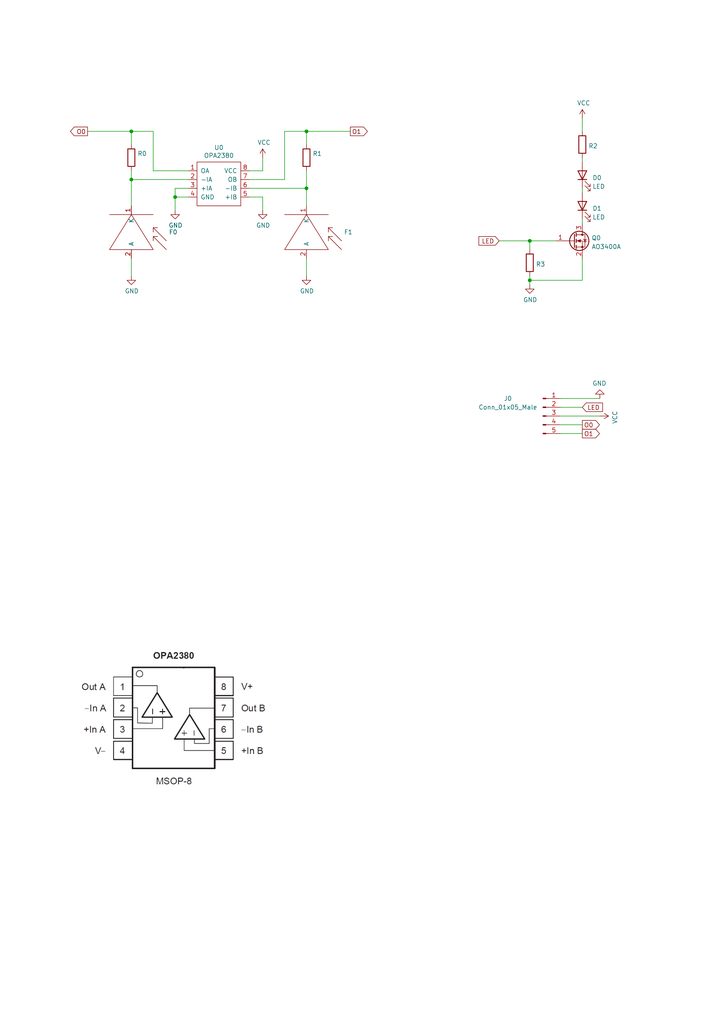
<source format=kicad_sch>
(kicad_sch (version 20211123) (generator eeschema)
  (paper "A4" portrait)
  (title_block (title "Helios - Circuito Sensorizado") (date "2022-07-25") (rev "1") (comment 1 "R = 2M") (comment 2 "VCC: 5V") (comment 3 "O0, O1, O2, O3: Salidas fotodiodos") (comment 4 "Autor: Jaime Bravo Algaba"))
  (lib_symbols
    (symbol "Connector:Conn_01x05_Male" (pin_names (offset 1.016) hide)
      (property "Reference" "J" (at 0 7.62 0))
      (property "Value" "Conn_01x05_Male" (at 0 -7.62 0))
      (symbol "Conn_01x05_Male_1_1"
        (polyline (pts (xy 1.27 -5.08) (xy 0.8636 -5.08)) (stroke (width 0.1524)))
        (polyline (pts (xy 1.27 -2.54) (xy 0.8636 -2.54)) (stroke (width 0.1524)))
        (polyline (pts (xy 1.27 0) (xy 0.8636 0)) (stroke (width 0.1524)))
        (polyline (pts (xy 1.27 2.54) (xy 0.8636 2.54)) (stroke (width 0.1524)))
        (polyline (pts (xy 1.27 5.08) (xy 0.8636 5.08)) (stroke (width 0.1524)))
        (rectangle (start 0.8636 -4.953) (end 0 -5.207) (stroke (width 0.1524)) (fill (type outline)))
        (rectangle (start 0.8636 -2.413) (end 0 -2.667) (stroke (width 0.1524)) (fill (type outline)))
        (rectangle (start 0.8636 0.127) (end 0 -0.127) (stroke (width 0.1524)) (fill (type outline)))
        (rectangle (start 0.8636 2.667) (end 0 2.413) (stroke (width 0.1524)) (fill (type outline)))
        (rectangle (start 0.8636 5.207) (end 0 4.953) (stroke (width 0.1524)) (fill (type outline)))
        (pin passive line (at 5.08 5.08 180) (length 3.81) (name "Pin_1") (number "1"))
        (pin passive line (at 5.08 2.54 180) (length 3.81) (name "Pin_2") (number "2"))
        (pin passive line (at 5.08 0 180) (length 3.81) (name "Pin_3") (number "3"))
        (pin passive line (at 5.08 -2.54 180) (length 3.81) (name "Pin_4") (number "4"))
        (pin passive line (at 5.08 -5.08 180) (length 3.81) (name "Pin_5") (number "5"))
      )
    )
    (symbol "Device:LED" (pin_numbers hide) (pin_names (offset 1.016) hide)
      (property "Reference" "D" (at 0 2.54 0))
      (property "Value" "LED" (at 0 -2.54 0))
      (symbol "LED_0_1"
        (polyline (pts (xy -1.27 -1.27) (xy -1.27 1.27)) (stroke (width 0.254)))
        (polyline (pts (xy -1.27 0) (xy 1.27 0)))
        (polyline (pts (xy 1.27 -1.27) (xy 1.27 1.27) (xy -1.27 0) (xy 1.27 -1.27)) (stroke (width 0.254)))
        (polyline (pts (xy -3.048 -0.762) (xy -4.572 -2.286) (xy -3.81 -2.286) (xy -4.572 -2.286) (xy -4.572 -1.524)))
        (polyline (pts (xy -1.778 -0.762) (xy -3.302 -2.286) (xy -2.54 -2.286) (xy -3.302 -2.286) (xy -3.302 -1.524)))
      )
      (symbol "LED_1_1"
        (pin passive line (at -3.81 0 0) (length 2.54) (name "K") (number "1"))
        (pin passive line (at 3.81 0 180) (length 2.54) (name "A") (number "2"))
      )
    )
    (symbol "Device:R" (pin_numbers hide) (pin_names (offset 0))
      (property "Reference" "R" (at 2.032 0 90))
      (property "Value" "R" (at 0 0 90))
      (symbol "R_0_1"
        (rectangle (start -1.016 -2.54) (end 1.016 2.54) (stroke (width 0.254)))
      )
      (symbol "R_1_1"
        (pin passive line (at 0 3.81 270) (length 1.27) (name "~") (number "1"))
        (pin passive line (at 0 -3.81 90) (length 1.27) (name "~") (number "2"))
      )
    )
    (symbol "Helios:OPA2380" (pin_names (offset 1.016))
      (property "Reference" "U" (at 0 0 0))
      (property "Value" "OPA2380" (at 0 7.62 0))
      (symbol "OPA2380_0_1"
        (rectangle (start -6.35 -6.35) (end 6.35 6.35))
      )
      (symbol "OPA2380_1_1"
        (pin output line (at -8.89 3.81 0) (length 2.54) (name "OA") (number "1"))
        (pin input line (at -8.89 1.27 0) (length 2.54) (name "-IA") (number "2"))
        (pin input line (at -8.89 -1.27 0) (length 2.54) (name "+IA") (number "3"))
        (pin power_out line (at -8.89 -3.81 0) (length 2.54) (name "GND") (number "4"))
        (pin input line (at 8.89 -3.81 180) (length 2.54) (name "+IB") (number "5"))
        (pin input line (at 8.89 -1.27 180) (length 2.54) (name "-IB") (number "6"))
        (pin output line (at 8.89 1.27 180) (length 2.54) (name "OB") (number "7"))
        (pin power_in line (at 8.89 3.81 180) (length 2.54) (name "VCC") (number "8"))
      )
    )
    (symbol "Helios:SFH2704" (pin_names (offset 1.016))
      (property "Reference" "F" (at 0 0 0))
      (property "Value" "SFH2704" (at 0 12.7 0))
      (symbol "SFH2704_0_1"
        (polyline (pts (xy -5.08 6.35) (xy -5.08 -6.35)))
        (polyline (pts (xy -1.27 6.35) (xy 0 6.35)))
        (polyline (pts (xy 1.27 6.35) (xy 5.08 10.16)))
        (polyline (pts (xy 1.27 7.62) (xy 1.27 6.35) (xy 2.54 6.35)))
        (polyline (pts (xy -5.08 0) (xy 5.08 6.35) (xy 5.08 -6.35) (xy -5.08 0)))
        (polyline (pts (xy 2.54 10.16) (xy -1.27 6.35) (xy -1.27 7.62) (xy -1.27 6.35)))
      )
      (symbol "SFH2704_1_1"
        (pin output line (at -7.62 0 0) (length 2.54) (name "K") (number "1"))
        (pin input line (at 7.62 0 180) (length 2.54) (name "A") (number "2"))
      )
    )
    (symbol "Transistor_FET:AO3400A" (pin_names hide)
      (property "Reference" "Q" (at 5.08 1.905 0))
      (property "Value" "AO3400A" (at 5.08 0 0))
      (symbol "AO3400A_0_1"
        (polyline (pts (xy 0.254 0) (xy -2.54 0)))
        (polyline (pts (xy 0.254 1.905) (xy 0.254 -1.905)) (stroke (width 0.254)))
        (polyline (pts (xy 0.762 -1.27) (xy 0.762 -2.286)) (stroke (width 0.254)))
        (polyline (pts (xy 0.762 0.508) (xy 0.762 -0.508)) (stroke (width 0.254)))
        (polyline (pts (xy 0.762 2.286) (xy 0.762 1.27)) (stroke (width 0.254)))
        (polyline (pts (xy 2.54 2.54) (xy 2.54 1.778)))
        (polyline (pts (xy 2.54 -2.54) (xy 2.54 0) (xy 0.762 0)))
        (polyline (pts (xy 0.762 -1.778) (xy 3.302 -1.778) (xy 3.302 1.778) (xy 0.762 1.778)))
        (polyline (pts (xy 1.016 0) (xy 2.032 0.381) (xy 2.032 -0.381) (xy 1.016 0)) (fill (type outline)))
        (polyline (pts (xy 2.794 0.508) (xy 2.921 0.381) (xy 3.683 0.381) (xy 3.81 0.254)))
        (polyline (pts (xy 3.302 0.381) (xy 2.921 -0.254) (xy 3.683 -0.254) (xy 3.302 0.381)))
        (circle (center 1.651 0) (radius 2.794) (stroke (width 0.254)))
        (circle (center 2.54 -1.778) (radius 0.254) (fill (type outline)))
        (circle (center 2.54 1.778) (radius 0.254) (fill (type outline)))
      )
      (symbol "AO3400A_1_1"
        (pin input line (at -5.08 0 0) (length 2.54) (name "G") (number "1"))
        (pin passive line (at 2.54 -5.08 90) (length 2.54) (name "S") (number "2"))
        (pin passive line (at 2.54 5.08 270) (length 2.54) (name "D") (number "3"))
      )
    )
    (symbol "power:GND" (power) (pin_names (offset 0))
      (property "Value" "GND" (at 0 -3.81 0))
      (symbol "GND_0_1"
        (polyline (pts (xy 0 0) (xy 0 -1.27) (xy 1.27 -1.27) (xy 0 -2.54) (xy -1.27 -1.27) (xy 0 -1.27)))
      )
      (symbol "GND_1_1"
        (pin power_in line (at 0 0 270) (length 0) hide (name "GND") (number "1"))
      )
    )
    (symbol "power:VCC" (power) (pin_names (offset 0))
      (property "Value" "VCC" (at 0 3.81 0))
      (symbol "VCC_0_1"
        (polyline (pts (xy -0.762 1.27) (xy 0 2.54)))
        (polyline (pts (xy 0 0) (xy 0 2.54)))
        (polyline (pts (xy 0 2.54) (xy 0.762 1.27)))
      )
      (symbol "VCC_1_1"
        (pin power_in line (at 0 0 90) (length 0) hide (name "VCC") (number "1"))
      )
    )
  )
  (junction (at 153.67 81.28))
  (junction (at 153.67 69.85))
  (junction (at 88.9 54.61))
  (junction (at 50.8 57.15))
  (junction (at 88.9 38.1))
  (junction (at 38.1 52.07))
  (junction (at 38.1 38.1))
  (wire (pts (xy 54.61 57.15) (xy 50.8 57.15)))
  (wire (pts (xy 38.1 38.1) (xy 44.45 38.1)))
  (wire (pts (xy 162.56 125.73) (xy 168.91 125.73)))
  (wire (pts (xy 54.61 54.61) (xy 50.8 54.61)))
  (wire (pts (xy 54.61 52.07) (xy 38.1 52.07)))
  (wire (pts (xy 162.56 123.19) (xy 168.91 123.19)))
  (wire (pts (xy 153.67 80.01) (xy 153.67 81.28)))
  (wire (pts (xy 168.91 54.61) (xy 168.91 55.88)))
  (wire (pts (xy 38.1 49.53) (xy 38.1 52.07)))
  (wire (pts (xy 44.45 38.1) (xy 44.45 49.53)))
  (wire (pts (xy 168.91 74.93) (xy 168.91 81.28)))
  (wire (pts (xy 25.4 38.1) (xy 38.1 38.1)))
  (wire (pts (xy 38.1 41.91) (xy 38.1 38.1)))
  (wire (pts (xy 76.2 57.15) (xy 72.39 57.15)))
  (wire (pts (xy 162.56 118.11) (xy 168.91 118.11)))
  (wire (pts (xy 44.45 49.53) (xy 54.61 49.53)))
  (wire (pts (xy 50.8 54.61) (xy 50.8 57.15)))
  (wire (pts (xy 168.91 63.5) (xy 168.91 64.77)))
  (wire (pts (xy 168.91 34.29) (xy 168.91 38.1)))
  (wire (pts (xy 72.39 49.53) (xy 76.2 49.53)))
  (wire (pts (xy 153.67 69.85) (xy 153.67 72.39)))
  (wire (pts (xy 168.91 45.72) (xy 168.91 46.99)))
  (wire (pts (xy 88.9 54.61) (xy 88.9 49.53)))
  (wire (pts (xy 162.56 120.65) (xy 173.99 120.65)))
  (wire (pts (xy 153.67 81.28) (xy 153.67 82.55)))
  (wire (pts (xy 38.1 52.07) (xy 38.1 59.69)))
  (wire (pts (xy 50.8 57.15) (xy 50.8 60.96)))
  (wire (pts (xy 38.1 74.93) (xy 38.1 80.01)))
  (wire (pts (xy 101.6 38.1) (xy 88.9 38.1)))
  (wire (pts (xy 82.55 52.07) (xy 72.39 52.07)))
  (wire (pts (xy 162.56 115.57) (xy 173.99 115.57)))
  (wire (pts (xy 144.78 69.85) (xy 153.67 69.85)))
  (wire (pts (xy 161.29 69.85) (xy 153.67 69.85)))
  (wire (pts (xy 88.9 74.93) (xy 88.9 80.01)))
  (wire (pts (xy 88.9 41.91) (xy 88.9 38.1)))
  (wire (pts (xy 72.39 54.61) (xy 88.9 54.61)))
  (wire (pts (xy 76.2 49.53) (xy 76.2 45.72)))
  (wire (pts (xy 76.2 60.96) (xy 76.2 57.15)))
  (wire (pts (xy 88.9 38.1) (xy 82.55 38.1)))
  (wire (pts (xy 82.55 38.1) (xy 82.55 52.07)))
  (wire (pts (xy 168.91 81.28) (xy 153.67 81.28)))
  (wire (pts (xy 88.9 54.61) (xy 88.9 59.69)))
  (image (at 50.8 208.28))
  (global_label "LED" (shape input) (at 144.78 69.85 180) (property "Intersheet References" "${INTERSHEET_REFS}" (effects hide)))
  (global_label "O1" (shape output) (at 168.91 125.73 0) (property "Intersheet References" "${INTERSHEET_REFS}" (effects hide)))
  (global_label "O1" (shape output) (at 101.6 38.1 0) (property "Intersheet References" "${INTERSHEET_REFS}" (effects hide)))
  (global_label "O0" (shape output) (at 168.91 123.19 0) (property "Intersheet References" "${INTERSHEET_REFS}" (effects hide)))
  (global_label "LED" (shape input) (at 168.91 118.11 0) (property "Intersheet References" "${INTERSHEET_REFS}" (effects hide)))
  (global_label "O0" (shape output) (at 25.4 38.1 180) (property "Intersheet References" "${INTERSHEET_REFS}" (effects hide)))
  (symbol (lib_id "Helios:SFH2704") (at 88.9 67.31 270) (unit 1)
    (property "Reference" "F1" (at 99.7712 67.31 90) (effects (justify left)))
    (property "Value" "SFH2704" (effects hide))
    (property "Footprint" "Helios:SFH2704_Photodiode" (effects hide))
    (property "Datasheet" "$(KICAD_DATASHEET_DIR)/SFH 2704_Photodiode.pdf" (effects hide))
  )
  (symbol (lib_id "Helios:OPA2380") (at 63.5 53.34 0) (unit 1)
    (property "Reference" "U0" (at 63.5 42.799 0))
    (property "Value" "OPA2380" (at 63.5 45.1104 0))
    (property "Footprint" "Helios:OPA2380" (effects hide))
    (property "Datasheet" "$(KICAD_DATASHEET_DIR)/opa2380.pdf" (effects hide))
  )
  (symbol (lib_id "power:VCC") (at 76.2 45.72 0) (unit 1)
    (property "Reference" "#PWR0106" (effects hide))
    (property "Value" "VCC" (at 76.581 41.3258 0))
  )
  (symbol (lib_id "power:GND") (at 50.8 60.96 0) (unit 1)
    (property "Reference" "#PWR0107" (effects hide))
    (property "Value" "GND" (at 50.927 65.3542 0))
  )
  (symbol (lib_id "power:GND") (at 76.2 60.96 0) (unit 1)
    (property "Reference" "#PWR0108" (effects hide))
    (property "Value" "GND" (at 76.327 65.3542 0))
  )
  (symbol (lib_id "power:GND") (at 88.9 80.01 0) (unit 1)
    (property "Reference" "#PWR0109" (effects hide))
    (property "Value" "GND" (at 89.027 84.4042 0))
  )
  (symbol (lib_id "power:GND") (at 38.1 80.01 0) (unit 1)
    (property "Reference" "#PWR0110" (effects hide))
    (property "Value" "GND" (at 38.227 84.4042 0))
  )
  (symbol (lib_id "Device:R") (at 38.1 45.72 0) (unit 1)
    (property "Reference" "R0" (at 39.878 44.5516 0) (effects (justify left)))
    (property "Value" "Rf" (effects hide))
    (property "Footprint" "Helios:RS_0805" (effects hide))
    (property "Datasheet" "$(KICAD_DATASHEET_DIR)/2M2_Resistance.pdf" (effects hide))
  )
  (symbol (lib_id "Device:R") (at 88.9 45.72 0) (unit 1)
    (property "Reference" "R1" (at 90.678 44.5516 0) (effects (justify left)))
    (property "Value" "Rf" (effects hide))
    (property "Footprint" "Helios:RS_0805" (effects hide))
    (property "Datasheet" "$(KICAD_DATASHEET_DIR)/2M2_Resistance.pdf" (effects hide))
  )
  (symbol (lib_id "Helios:SFH2704") (at 38.1 67.31 270) (unit 1)
    (property "Reference" "F0" (at 48.9712 67.31 90) (effects (justify left)))
    (property "Value" "SFH2704" (effects hide))
    (property "Footprint" "Helios:SFH2704_Photodiode" (effects hide))
    (property "Datasheet" "2704_Photodiode.pdf" (effects hide))
  )
  (symbol (lib_id "Device:R") (at 153.67 76.2 0) (unit 1)
    (property "Reference" "R3" (at 155.448 76.6338 0) (effects (justify left)))
    (property "Value" "Rpd" (effects hide))
    (property "Footprint" "Helios:RS_0805" (effects hide))
  )
  (symbol (lib_id "Transistor_FET:AO3400A") (at 166.37 69.85 0) (unit 1)
    (property "Reference" "Q0" (at 171.577 69.0153 0) (effects (justify left)))
    (property "Value" "AO3400A" (at 171.577 71.5522 0) (effects (justify left)))
    (property "Footprint" "Package_TO_SOT_SMD:SOT-23" (effects hide))
    (property "Datasheet" "http://www.aosmd.com/pdfs/datasheet/AO3400A.pdf" (effects hide))
  )
  (symbol (lib_id "power:GND") (at 173.99 115.57 180) (unit 1)
    (property "Reference" "#PWR0101" (effects hide))
    (property "Value" "GND" (at 173.863 111.1758 0))
  )
  (symbol (lib_id "Device:LED") (at 168.91 59.69 90) (unit 1)
    (property "Reference" "D1" (at 171.831 60.4428 90) (effects (justify right)))
    (property "Value" "LED" (at 171.831 62.9797 90) (effects (justify right)))
    (property "Footprint" "LED_SMD:LED_PLCC-2" (effects hide))
  )
  (symbol (lib_id "Connector:Conn_01x05_Male") (at 157.48 120.65 0) (unit 1)
    (property "Reference" "J0" (at 147.32 115.57 0))
    (property "Value" "Conn_01x05_Male" (at 147.32 118.11 0))
    (property "Footprint" "Connector_PinHeader_2.00mm:PinHeader_1x05_P2.00mm_Vertical" (effects hide))
  )
  (symbol (lib_id "Device:R") (at 168.91 41.91 180) (unit 1)
    (property "Reference" "R2" (at 170.688 42.3438 0) (effects (justify right)))
    (property "Value" "RL" (effects hide))
    (property "Footprint" "Helios:RS_0805" (effects hide))
  )
  (symbol (lib_id "Device:LED") (at 168.91 50.8 90) (unit 1)
    (property "Reference" "D0" (at 171.831 51.5528 90) (effects (justify right)))
    (property "Value" "LED" (at 171.831 54.0897 90) (effects (justify right)))
    (property "Footprint" "LED_SMD:LED_PLCC-2" (effects hide))
  )
  (symbol (lib_id "power:VCC") (at 168.91 34.29 0) (unit 1)
    (property "Reference" "#PWR0115" (effects hide))
    (property "Value" "VCC" (at 169.291 29.8958 0))
  )
  (symbol (lib_id "power:GND") (at 153.67 82.55 0) (unit 1)
    (property "Reference" "#PWR0114" (effects hide))
    (property "Value" "GND" (at 153.797 86.9442 0))
  )
  (symbol (lib_id "power:VCC") (at 173.99 120.65 270) (unit 1)
    (property "Reference" "#PWR0102" (effects hide))
    (property "Value" "VCC" (at 178.3842 121.031 0))
  )
)
</source>
